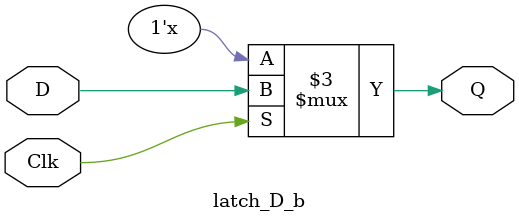
<source format=v>
module latch_D_b (
    input Clk,D, 
    output reg Q);
    
    always @ (D, Clk)
        if (Clk)
            Q = D;
endmodule
</source>
